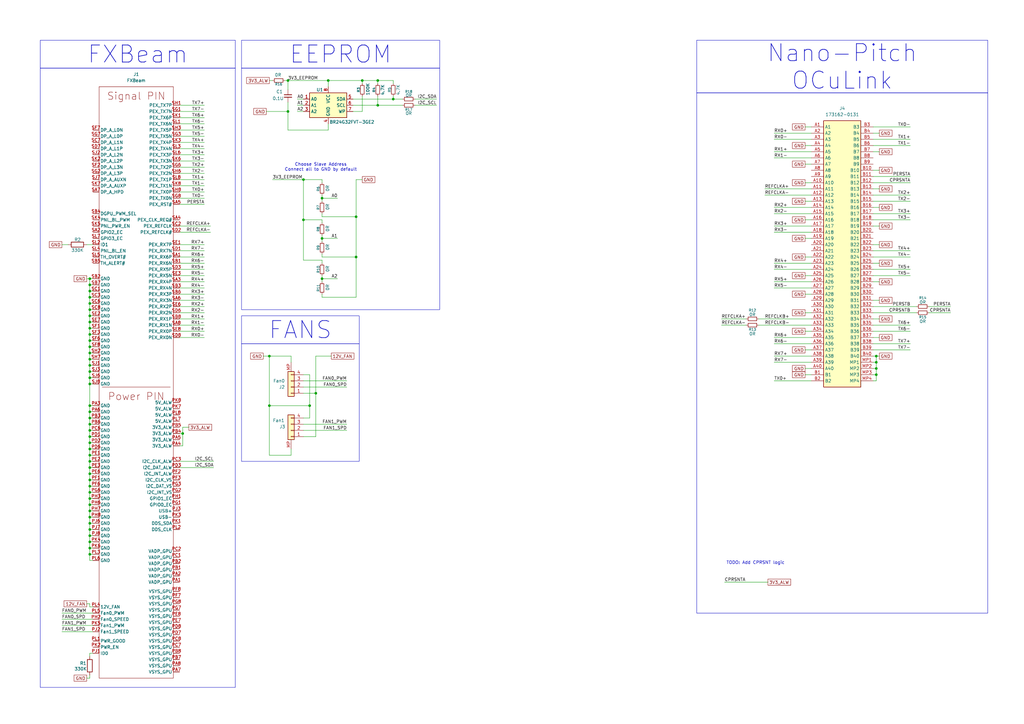
<source format=kicad_sch>
(kicad_sch (version 20250114) (generator "eeschema") (generator_version "9.0")
  (paper "A3")
  (rectangle (start 16.51 27.94) (end 96.52 281.94))
  (rectangle (start 285.75 38.1) (end 405.13 251.46))
  (rectangle (start 99.06 140.97) (end 147.32 189.23))
  (rectangle (start 99.06 27.94) (end 180.34 127))
  (text "Choose Slave Address\nConnect all to GND by default" (at 131.572 68.58 0) (effects (font (size 1.27 1.27))))
  (text "TODO: Add CPRSNT logic" (at 309.88 230.886 0) (effects (font (size 1.27 1.27))))
  (text_box "EEPROM" (at 99.06 16.51 0) (size 81.28 11.43) (margins 0.9525 0.9525 0.9525 0.9525) (effects (font (size 7 7) (thickness 0.254) (bold yes))))
  (text_box "FANS" (at 99.06 129.54 0) (size 48.26 11.43) (margins 0.9525 0.9525 0.9525 0.9525) (effects (font (size 7 7) (thickness 0.254) (bold yes))))
  (text_box "Nano-Pitch\nOCuLink" (at 285.75 16.51 0) (size 119.38 21.59) (margins 0.9525 0.9525 0.9525 0.9525) (effects (font (size 7 7) (thickness 0.254) (bold yes))))
  (text_box "FXBeam" (at 16.51 16.51 0) (size 80.01 11.43) (margins 0.9525 0.9525 0.9525 0.9525) (effects (font (size 7 7) (thickness 0.254) (bold yes))))
  (junction (at 36.83 212.09))
  (junction (at 36.83 224.79))
  (junction (at 36.83 196.85))
  (junction (at 36.83 127))
  (junction (at 36.83 132.08))
  (junction (at 36.83 181.61))
  (junction (at 146.05 88.9))
  (junction (at 359.41 146.05))
  (junction (at 36.83 134.62))
  (junction (at 36.83 201.93))
  (junction (at 118.11 45.72))
  (junction (at 36.83 219.71))
  (junction (at 146.05 105.41))
  (junction (at 36.83 124.46))
  (junction (at 36.83 149.86))
  (junction (at 36.83 129.54))
  (junction (at 36.83 214.63))
  (junction (at 110.49 166.37))
  (junction (at 36.83 116.84))
  (junction (at 36.83 119.38))
  (junction (at 36.83 166.37))
  (junction (at 36.83 186.69))
  (junction (at 148.59 33.02))
  (junction (at 36.83 114.3))
  (junction (at 36.83 176.53))
  (junction (at 36.83 222.25))
  (junction (at 36.83 168.91))
  (junction (at 110.49 146.05))
  (junction (at 124.46 73.66))
  (junction (at 124.46 90.17))
  (junction (at 36.83 209.55))
  (junction (at 36.83 137.16))
  (junction (at 36.83 171.45))
  (junction (at 36.83 147.32))
  (junction (at 36.83 194.31))
  (junction (at 359.41 151.13))
  (junction (at 132.08 114.3))
  (junction (at 36.83 121.92))
  (junction (at 36.83 154.94))
  (junction (at 359.41 148.59))
  (junction (at 154.94 43.18))
  (junction (at 36.83 189.23))
  (junction (at 36.83 173.99))
  (junction (at 127 166.37))
  (junction (at 132.08 81.28))
  (junction (at 36.83 144.78))
  (junction (at 118.11 33.02))
  (junction (at 154.94 33.02))
  (junction (at 36.83 184.15))
  (junction (at 359.41 153.67))
  (junction (at 36.83 152.4))
  (junction (at 36.83 207.01))
  (junction (at 36.83 142.24))
  (junction (at 129.54 161.29))
  (junction (at 36.83 179.07))
  (junction (at 134.62 33.02))
  (junction (at 132.08 97.79))
  (junction (at 36.83 227.33))
  (junction (at 36.83 139.7))
  (junction (at 161.29 40.64))
  (junction (at 36.83 204.47))
  (junction (at 36.83 157.48))
  (junction (at 74.93 177.8))
  (junction (at 36.83 191.77))
  (junction (at 36.83 217.17))
  (junction (at 36.83 199.39))
  (wire (pts (xy 36.83 222.25) (xy 36.83 219.71)))
  (wire (pts (xy 358.14 128.27) (xy 375.92 128.27)))
  (wire (pts (xy 317.5 156.21) (xy 332.74 156.21)))
  (wire (pts (xy 317.5 148.59) (xy 332.74 148.59)))
  (wire (pts (xy 36.83 129.54) (xy 38.1 129.54)))
  (wire (pts (xy 35.56 278.13) (xy 36.83 278.13)))
  (wire (pts (xy 36.83 171.45) (xy 38.1 171.45)))
  (wire (pts (xy 132.08 97.79) (xy 132.08 96.52)))
  (wire (pts (xy 73.66 83.82) (xy 83.82 83.82)))
  (wire (pts (xy 132.08 81.28) (xy 132.08 82.55)))
  (wire (pts (xy 317.5 87.63) (xy 332.74 87.63)))
  (wire (pts (xy 73.66 60.96) (xy 83.82 60.96)))
  (wire (pts (xy 38.1 166.37) (xy 36.83 166.37)))
  (wire (pts (xy 132.08 106.68) (xy 132.08 107.95)))
  (wire (pts (xy 73.66 120.65) (xy 83.82 120.65)))
  (wire (pts (xy 170.18 40.64) (xy 179.07 40.64)))
  (wire (pts (xy 73.66 55.88) (xy 83.82 55.88)))
  (wire (pts (xy 36.83 224.79) (xy 38.1 224.79)))
  (wire (pts (xy 36.83 137.16) (xy 38.1 137.16)))
  (wire (pts (xy 124.46 158.75) (xy 142.24 158.75)))
  (wire (pts (xy 73.66 128.27) (xy 83.82 128.27)))
  (wire (pts (xy 124.46 176.53) (xy 142.24 176.53)))
  (wire (pts (xy 146.05 88.9) (xy 146.05 105.41)))
  (wire (pts (xy 132.08 97.79) (xy 132.08 99.06)))
  (wire (pts (xy 36.83 229.87) (xy 36.83 227.33)))
  (wire (pts (xy 124.46 153.67) (xy 127 153.67)))
  (wire (pts (xy 124.46 45.72) (xy 121.92 45.72)))
  (wire (pts (xy 73.66 125.73) (xy 83.82 125.73)))
  (wire (pts (xy 154.94 39.37) (xy 154.94 43.18)))
  (wire (pts (xy 144.78 45.72) (xy 148.59 45.72)))
  (wire (pts (xy 36.83 176.53) (xy 36.83 173.99)))
  (wire (pts (xy 36.83 219.71) (xy 38.1 219.71)))
  (wire (pts (xy 73.66 73.66) (xy 83.82 73.66)))
  (wire (pts (xy 358.14 143.51) (xy 373.38 143.51)))
  (wire (pts (xy 73.66 113.03) (xy 83.82 113.03)))
  (wire (pts (xy 36.83 144.78) (xy 36.83 142.24)))
  (wire (pts (xy 73.66 123.19) (xy 83.82 123.19)))
  (wire (pts (xy 73.66 43.18) (xy 83.82 43.18)))
  (wire (pts (xy 132.08 90.17) (xy 124.46 90.17)))
  (wire (pts (xy 330.2 52.07) (xy 332.74 52.07)))
  (wire (pts (xy 36.83 217.17) (xy 38.1 217.17)))
  (wire (pts (xy 36.83 137.16) (xy 36.83 134.62)))
  (wire (pts (xy 132.08 88.9) (xy 132.08 87.63)))
  (wire (pts (xy 118.11 53.34) (xy 134.62 53.34)))
  (wire (pts (xy 36.83 139.7) (xy 36.83 137.16)))
  (wire (pts (xy 73.66 138.43) (xy 83.82 138.43)))
  (wire (pts (xy 73.66 177.8) (xy 74.93 177.8)))
  (wire (pts (xy 73.66 105.41) (xy 83.82 105.41)))
  (wire (pts (xy 36.83 222.25) (xy 38.1 222.25)))
  (wire (pts (xy 36.83 157.48) (xy 36.83 154.94)))
  (wire (pts (xy 36.83 149.86) (xy 36.83 147.32)))
  (wire (pts (xy 36.83 142.24) (xy 38.1 142.24)))
  (wire (pts (xy 74.93 175.26) (xy 77.47 175.26)))
  (wire (pts (xy 73.66 68.58) (xy 83.82 68.58)))
  (wire (pts (xy 36.83 209.55) (xy 36.83 207.01)))
  (wire (pts (xy 36.83 191.77) (xy 38.1 191.77)))
  (wire (pts (xy 358.14 135.89) (xy 373.38 135.89)))
  (wire (pts (xy 295.91 130.81) (xy 306.07 130.81)))
  (wire (pts (xy 36.83 142.24) (xy 36.83 139.7)))
  (wire (pts (xy 36.83 127) (xy 36.83 124.46)))
  (wire (pts (xy 381 125.73) (xy 389.89 125.73)))
  (wire (pts (xy 135.89 146.05) (xy 129.54 146.05)))
  (wire (pts (xy 73.66 78.74) (xy 83.82 78.74)))
  (wire (pts (xy 170.18 43.18) (xy 179.07 43.18)))
  (wire (pts (xy 25.4 256.54) (xy 38.1 256.54)))
  (wire (pts (xy 36.83 152.4) (xy 36.83 149.86)))
  (wire (pts (xy 146.05 73.66) (xy 146.05 88.9)))
  (wire (pts (xy 36.83 173.99) (xy 38.1 173.99)))
  (wire (pts (xy 36.83 186.69) (xy 38.1 186.69)))
  (wire (pts (xy 297.18 238.76) (xy 314.96 238.76)))
  (wire (pts (xy 360.68 107.95) (xy 358.14 107.95)))
  (wire (pts (xy 73.66 110.49) (xy 83.82 110.49)))
  (wire (pts (xy 148.59 45.72) (xy 148.59 39.37)))
  (wire (pts (xy 124.46 90.17) (xy 124.46 73.66)))
  (wire (pts (xy 110.49 146.05) (xy 110.49 166.37)))
  (wire (pts (xy 330.2 67.31) (xy 332.74 67.31)))
  (wire (pts (xy 358.14 52.07) (xy 373.38 52.07)))
  (wire (pts (xy 127 153.67) (xy 127 166.37)))
  (wire (pts (xy 73.66 107.95) (xy 83.82 107.95)))
  (wire (pts (xy 36.83 149.86) (xy 38.1 149.86)))
  (wire (pts (xy 121.92 40.64) (xy 124.46 40.64)))
  (wire (pts (xy 36.83 124.46) (xy 36.83 121.92)))
  (wire (pts (xy 127 171.45) (xy 124.46 171.45)))
  (wire (pts (xy 110.49 33.02) (xy 111.76 33.02)))
  (wire (pts (xy 36.83 199.39) (xy 38.1 199.39)))
  (wire (pts (xy 36.83 168.91) (xy 38.1 168.91)))
  (wire (pts (xy 129.54 146.05) (xy 129.54 161.29)))
  (wire (pts (xy 161.29 39.37) (xy 161.29 40.64)))
  (wire (pts (xy 36.83 217.17) (xy 36.83 214.63)))
  (wire (pts (xy 110.49 166.37) (xy 110.49 186.69)))
  (wire (pts (xy 330.2 153.67) (xy 332.74 153.67)))
  (wire (pts (xy 132.08 114.3) (xy 138.43 114.3)))
  (wire (pts (xy 118.11 33.02) (xy 118.11 36.83)))
  (wire (pts (xy 311.15 133.35) (xy 332.74 133.35)))
  (wire (pts (xy 36.83 196.85) (xy 38.1 196.85)))
  (wire (pts (xy 25.4 254) (xy 38.1 254)))
  (wire (pts (xy 73.66 100.33) (xy 83.82 100.33)))
  (wire (pts (xy 73.66 182.88) (xy 74.93 182.88)))
  (wire (pts (xy 317.5 115.57) (xy 332.74 115.57)))
  (wire (pts (xy 73.66 71.12) (xy 83.82 71.12)))
  (wire (pts (xy 124.46 173.99) (xy 142.24 173.99)))
  (wire (pts (xy 360.68 69.85) (xy 358.14 69.85)))
  (wire (pts (xy 119.38 184.15) (xy 119.38 186.69)))
  (wire (pts (xy 35.56 114.3) (xy 36.83 114.3)))
  (wire (pts (xy 38.1 157.48) (xy 36.83 157.48)))
  (wire (pts (xy 36.83 278.13) (xy 36.83 276.86)))
  (wire (pts (xy 359.41 151.13) (xy 359.41 148.59)))
  (wire (pts (xy 360.68 54.61) (xy 358.14 54.61)))
  (wire (pts (xy 36.83 212.09) (xy 36.83 209.55)))
  (wire (pts (xy 330.2 135.89) (xy 332.74 135.89)))
  (wire (pts (xy 359.41 153.67) (xy 359.41 151.13)))
  (wire (pts (xy 124.46 43.18) (xy 121.92 43.18)))
  (wire (pts (xy 73.66 133.35) (xy 83.82 133.35)))
  (wire (pts (xy 148.59 73.66) (xy 146.05 73.66)))
  (wire (pts (xy 132.08 105.41) (xy 146.05 105.41)))
  (wire (pts (xy 73.66 50.8) (xy 83.82 50.8)))
  (wire (pts (xy 360.68 92.71) (xy 358.14 92.71)))
  (wire (pts (xy 358.14 113.03) (xy 373.38 113.03)))
  (wire (pts (xy 129.54 161.29) (xy 124.46 161.29)))
  (wire (pts (xy 360.68 77.47) (xy 358.14 77.47)))
  (wire (pts (xy 381 128.27) (xy 389.89 128.27)))
  (wire (pts (xy 36.83 204.47) (xy 38.1 204.47)))
  (wire (pts (xy 73.66 191.77) (xy 87.63 191.77)))
  (wire (pts (xy 73.66 53.34) (xy 83.82 53.34)))
  (wire (pts (xy 36.83 212.09) (xy 38.1 212.09)))
  (wire (pts (xy 360.68 130.81) (xy 358.14 130.81)))
  (wire (pts (xy 74.93 177.8) (xy 74.93 175.26)))
  (wire (pts (xy 144.78 43.18) (xy 154.94 43.18)))
  (wire (pts (xy 358.14 90.17) (xy 373.38 90.17)))
  (wire (pts (xy 311.15 130.81) (xy 332.74 130.81)))
  (wire (pts (xy 360.68 85.09) (xy 358.14 85.09)))
  (wire (pts (xy 36.83 119.38) (xy 36.83 116.84)))
  (wire (pts (xy 330.2 128.27) (xy 332.74 128.27)))
  (wire (pts (xy 36.83 139.7) (xy 38.1 139.7)))
  (wire (pts (xy 154.94 33.02) (xy 154.94 34.29)))
  (wire (pts (xy 36.83 227.33) (xy 36.83 224.79)))
  (wire (pts (xy 36.83 207.01) (xy 36.83 204.47)))
  (wire (pts (xy 330.2 74.93) (xy 332.74 74.93)))
  (wire (pts (xy 317.5 107.95) (xy 332.74 107.95)))
  (wire (pts (xy 109.22 45.72) (xy 118.11 45.72)))
  (wire (pts (xy 36.83 191.77) (xy 36.83 189.23)))
  (wire (pts (xy 38.1 116.84) (xy 36.83 116.84)))
  (wire (pts (xy 317.5 110.49) (xy 332.74 110.49)))
  (wire (pts (xy 330.2 59.69) (xy 332.74 59.69)))
  (wire (pts (xy 132.08 73.66) (xy 132.08 74.93)))
  (wire (pts (xy 148.59 33.02) (xy 148.59 34.29)))
  (wire (pts (xy 73.66 115.57) (xy 83.82 115.57)))
  (wire (pts (xy 358.14 153.67) (xy 359.41 153.67)))
  (wire (pts (xy 358.14 80.01) (xy 373.38 80.01)))
  (wire (pts (xy 36.83 186.69) (xy 36.83 184.15)))
  (wire (pts (xy 73.66 58.42) (xy 83.82 58.42)))
  (wire (pts (xy 36.83 199.39) (xy 36.83 196.85)))
  (wire (pts (xy 132.08 81.28) (xy 132.08 80.01)))
  (wire (pts (xy 132.08 121.92) (xy 146.05 121.92)))
  (wire (pts (xy 25.4 251.46) (xy 38.1 251.46)))
  (wire (pts (xy 36.83 179.07) (xy 38.1 179.07)))
  (wire (pts (xy 359.41 146.05) (xy 358.14 146.05)))
  (wire (pts (xy 110.49 166.37) (xy 127 166.37)))
  (wire (pts (xy 36.83 147.32) (xy 38.1 147.32)))
  (wire (pts (xy 36.83 214.63) (xy 36.83 212.09)))
  (wire (pts (xy 317.5 92.71) (xy 332.74 92.71)))
  (wire (pts (xy 330.2 151.13) (xy 332.74 151.13)))
  (wire (pts (xy 317.5 95.25) (xy 332.74 95.25)))
  (wire (pts (xy 358.14 74.93) (xy 373.38 74.93)))
  (wire (pts (xy 317.5 54.61) (xy 332.74 54.61)))
  (wire (pts (xy 127 166.37) (xy 127 171.45)))
  (wire (pts (xy 359.41 148.59) (xy 359.41 146.05)))
  (wire (pts (xy 358.14 82.55) (xy 373.38 82.55)))
  (wire (pts (xy 36.83 154.94) (xy 36.83 152.4)))
  (wire (pts (xy 358.14 102.87) (xy 373.38 102.87)))
  (wire (pts (xy 107.95 146.05) (xy 110.49 146.05)))
  (wire (pts (xy 358.14 72.39) (xy 373.38 72.39)))
  (wire (pts (xy 73.66 102.87) (xy 83.82 102.87)))
  (wire (pts (xy 111.76 73.66) (xy 124.46 73.66)))
  (wire (pts (xy 36.83 134.62) (xy 36.83 132.08)))
  (wire (pts (xy 36.83 224.79) (xy 36.83 222.25)))
  (wire (pts (xy 110.49 146.05) (xy 119.38 146.05)))
  (wire (pts (xy 313.69 77.47) (xy 332.74 77.47)))
  (wire (pts (xy 116.84 33.02) (xy 118.11 33.02)))
  (wire (pts (xy 132.08 81.28) (xy 138.43 81.28)))
  (wire (pts (xy 360.68 115.57) (xy 358.14 115.57)))
  (wire (pts (xy 36.83 157.48) (xy 36.83 166.37)))
  (wire (pts (xy 317.5 146.05) (xy 332.74 146.05)))
  (wire (pts (xy 317.5 138.43) (xy 332.74 138.43)))
  (wire (pts (xy 118.11 53.34) (xy 118.11 45.72)))
  (wire (pts (xy 330.2 97.79) (xy 332.74 97.79)))
  (wire (pts (xy 119.38 186.69) (xy 110.49 186.69)))
  (wire (pts (xy 358.14 125.73) (xy 375.92 125.73)))
  (wire (pts (xy 36.83 214.63) (xy 38.1 214.63)))
  (wire (pts (xy 36.83 124.46) (xy 38.1 124.46)))
  (wire (pts (xy 124.46 73.66) (xy 132.08 73.66)))
  (wire (pts (xy 36.83 179.07) (xy 36.83 176.53)))
  (wire (pts (xy 118.11 33.02) (xy 134.62 33.02)))
  (wire (pts (xy 38.1 134.62) (xy 36.83 134.62)))
  (wire (pts (xy 36.83 171.45) (xy 36.83 168.91)))
  (wire (pts (xy 360.68 123.19) (xy 358.14 123.19)))
  (wire (pts (xy 36.83 201.93) (xy 38.1 201.93)))
  (wire (pts (xy 36.83 204.47) (xy 36.83 201.93)))
  (wire (pts (xy 317.5 118.11) (xy 332.74 118.11)))
  (wire (pts (xy 118.11 41.91) (xy 118.11 45.72)))
  (wire (pts (xy 73.66 76.2) (xy 83.82 76.2)))
  (wire (pts (xy 73.66 45.72) (xy 83.82 45.72)))
  (wire (pts (xy 313.69 80.01) (xy 332.74 80.01)))
  (wire (pts (xy 36.83 189.23) (xy 36.83 186.69)))
  (wire (pts (xy 36.83 152.4) (xy 38.1 152.4)))
  (wire (pts (xy 134.62 50.8) (xy 134.62 53.34)))
  (wire (pts (xy 38.1 267.97) (xy 36.83 267.97)))
  (wire (pts (xy 330.2 113.03) (xy 332.74 113.03)))
  (wire (pts (xy 358.14 148.59) (xy 359.41 148.59)))
  (wire (pts (xy 124.46 156.21) (xy 142.24 156.21)))
  (wire (pts (xy 74.93 182.88) (xy 74.93 177.8)))
  (wire (pts (xy 146.05 88.9) (xy 132.08 88.9)))
  (wire (pts (xy 73.66 48.26) (xy 83.82 48.26)))
  (wire (pts (xy 360.68 146.05) (xy 359.41 146.05)))
  (wire (pts (xy 36.83 129.54) (xy 36.83 127)))
  (wire (pts (xy 124.46 179.07) (xy 129.54 179.07)))
  (wire (pts (xy 317.5 57.15) (xy 332.74 57.15)))
  (wire (pts (xy 132.08 113.03) (xy 132.08 114.3)))
  (wire (pts (xy 358.14 151.13) (xy 359.41 151.13)))
  (wire (pts (xy 358.14 140.97) (xy 373.38 140.97)))
  (wire (pts (xy 36.83 114.3) (xy 38.1 114.3)))
  (wire (pts (xy 73.66 135.89) (xy 83.82 135.89)))
  (wire (pts (xy 36.83 219.71) (xy 36.83 217.17)))
  (wire (pts (xy 148.59 33.02) (xy 154.94 33.02)))
  (wire (pts (xy 36.83 168.91) (xy 36.83 166.37)))
  (wire (pts (xy 330.2 82.55) (xy 332.74 82.55)))
  (wire (pts (xy 146.05 105.41) (xy 146.05 121.92)))
  (wire (pts (xy 36.83 173.99) (xy 36.83 171.45)))
  (wire (pts (xy 36.83 132.08) (xy 38.1 132.08)))
  (wire (pts (xy 73.66 92.71) (xy 86.36 92.71)))
  (wire (pts (xy 317.5 85.09) (xy 332.74 85.09)))
  (wire (pts (xy 73.66 189.23) (xy 87.63 189.23)))
  (wire (pts (xy 36.83 184.15) (xy 36.83 181.61)))
  (wire (pts (xy 36.83 267.97) (xy 36.83 269.24)))
  (wire (pts (xy 36.83 248.92) (xy 38.1 248.92)))
  (wire (pts (xy 330.2 120.65) (xy 332.74 120.65)))
  (wire (pts (xy 73.66 95.25) (xy 86.36 95.25)))
  (wire (pts (xy 35.56 247.65) (xy 36.83 247.65)))
  (wire (pts (xy 73.66 118.11) (xy 83.82 118.11)))
  (wire (pts (xy 132.08 120.65) (xy 132.08 121.92)))
  (wire (pts (xy 36.83 116.84) (xy 36.83 114.3)))
  (wire (pts (xy 36.83 127) (xy 38.1 127)))
  (wire (pts (xy 36.83 121.92) (xy 38.1 121.92)))
  (wire (pts (xy 360.68 138.43) (xy 358.14 138.43)))
  (wire (pts (xy 358.14 105.41) (xy 373.38 105.41)))
  (wire (pts (xy 358.14 59.69) (xy 373.38 59.69)))
  (wire (pts (xy 358.14 57.15) (xy 373.38 57.15)))
  (wire (pts (xy 359.41 156.21) (xy 359.41 153.67)))
  (wire (pts (xy 330.2 105.41) (xy 332.74 105.41)))
  (wire (pts (xy 132.08 104.14) (xy 132.08 105.41)))
  (wire (pts (xy 317.5 62.23) (xy 332.74 62.23)))
  (wire (pts (xy 317.5 140.97) (xy 332.74 140.97)))
  (wire (pts (xy 295.91 133.35) (xy 306.07 133.35)))
  (wire (pts (xy 154.94 33.02) (xy 161.29 33.02)))
  (wire (pts (xy 38.1 189.23) (xy 36.83 189.23)))
  (wire (pts (xy 119.38 146.05) (xy 119.38 148.59)))
  (wire (pts (xy 38.1 229.87) (xy 36.83 229.87)))
  (wire (pts (xy 73.66 81.28) (xy 83.82 81.28)))
  (wire (pts (xy 36.83 247.65) (xy 36.83 248.92)))
  (wire (pts (xy 161.29 33.02) (xy 161.29 34.29)))
  (wire (pts (xy 161.29 40.64) (xy 144.78 40.64)))
  (wire (pts (xy 36.83 227.33) (xy 38.1 227.33)))
  (wire (pts (xy 358.14 87.63) (xy 373.38 87.63)))
  (wire (pts (xy 25.4 259.08) (xy 38.1 259.08)))
  (wire (pts (xy 36.83 194.31) (xy 36.83 191.77)))
  (wire (pts (xy 36.83 144.78) (xy 38.1 144.78)))
  (wire (pts (xy 358.14 156.21) (xy 359.41 156.21)))
  (wire (pts (xy 36.83 121.92) (xy 36.83 119.38)))
  (wire (pts (xy 360.68 62.23) (xy 358.14 62.23)))
  (wire (pts (xy 36.83 201.93) (xy 36.83 199.39)))
  (wire (pts (xy 330.2 143.51) (xy 332.74 143.51)))
  (wire (pts (xy 36.83 154.94) (xy 38.1 154.94)))
  (wire (pts (xy 154.94 43.18) (xy 165.1 43.18)))
  (wire (pts (xy 36.83 147.32) (xy 36.83 144.78)))
  (wire (pts (xy 132.08 114.3) (xy 132.08 115.57)))
  (wire (pts (xy 36.83 176.53) (xy 38.1 176.53)))
  (wire (pts (xy 36.83 209.55) (xy 38.1 209.55)))
  (wire (pts (xy 317.5 64.77) (xy 332.74 64.77)))
  (wire (pts (xy 25.4 100.33) (xy 27.94 100.33)))
  (wire (pts (xy 124.46 106.68) (xy 132.08 106.68)))
  (wire (pts (xy 38.1 207.01) (xy 36.83 207.01)))
  (wire (pts (xy 36.83 119.38) (xy 38.1 119.38)))
  (wire (pts (xy 132.08 91.44) (xy 132.08 90.17)))
  (wire (pts (xy 134.62 33.02) (xy 148.59 33.02)))
  (wire (pts (xy 38.1 184.15) (xy 36.83 184.15)))
  (wire (pts (xy 129.54 179.07) (xy 129.54 161.29)))
  (wire (pts (xy 161.29 40.64) (xy 165.1 40.64)))
  (wire (pts (xy 73.66 130.81) (xy 83.82 130.81)))
  (wire (pts (xy 36.83 196.85) (xy 36.83 194.31)))
  (wire (pts (xy 124.46 90.17) (xy 124.46 106.68)))
  (wire (pts (xy 36.83 181.61) (xy 36.83 179.07)))
  (wire (pts (xy 132.08 97.79) (xy 138.43 97.79)))
  (wire (pts (xy 36.83 181.61) (xy 38.1 181.61)))
  (wire (pts (xy 358.14 133.35) (xy 373.38 133.35)))
  (wire (pts (xy 73.66 66.04) (xy 83.82 66.04)))
  (wire (pts (xy 358.14 110.49) (xy 373.38 110.49)))
  (wire (pts (xy 36.83 132.08) (xy 36.83 129.54)))
  (wire (pts (xy 360.68 100.33) (xy 358.14 100.33)))
  (wire (pts (xy 73.66 63.5) (xy 83.82 63.5)))
  (wire (pts (xy 134.62 33.02) (xy 134.62 35.56)))
  (wire (pts (xy 330.2 90.17) (xy 332.74 90.17)))
  (wire (pts (xy 36.83 194.31) (xy 38.1 194.31)))
  (wire (pts (xy 35.56 100.33) (xy 38.1 100.33)))
  (label "RX2+" (at 317.5 85.09 0))
  (label "TX7-" (at 373.38 143.51 180))
  (label "REFCLKA-" (at 86.36 95.25 180))
  (label "TX2-" (at 373.38 82.55 180))
  (label "RX4-" (at 317.5 110.49 0))
  (label "RX6+" (at 317.5 138.43 0))
  (label "A2" (at 138.43 114.3 180))
  (label "RX1+" (at 317.5 62.23 0))
  (label "RX4-" (at 83.82 118.11 180))
  (label "REFCLKA-" (at 295.91 133.35 0))
  (label "RX0-" (at 317.5 57.15 0))
  (label "TX3+" (at 83.82 63.5 180))
  (label "REFCLKA+" (at 86.36 92.71 180))
  (label "TX3-" (at 373.38 90.17 180))
  (label "TX5+" (at 373.38 110.49 180))
  (label "TX5-" (at 83.82 55.88 180))
  (label "A1" (at 121.92 43.18 0))
  (label "TX0-" (at 373.38 52.07 180))
  (label "RX2+" (at 83.82 125.73 180))
  (label "A1" (at 138.43 97.79 180))
  (label "RX1+" (at 83.82 130.81 180))
  (label "TX5-" (at 373.38 113.03 180))
  (label "A0" (at 138.43 81.28 180))
  (label "TX4-" (at 83.82 60.96 180))
  (label "RX7-" (at 317.5 148.59 0))
  (label "PERSTA" (at 389.89 125.73 180))
  (label "TX3+" (at 373.38 87.63 180))
  (label "RX0+" (at 83.82 135.89 180))
  (label "REFCLKB+" (at 313.69 130.81 0))
  (label "I2C_SCL" (at 179.07 43.18 180))
  (label "RX3-" (at 317.5 95.25 0))
  (label "TX0+" (at 83.82 78.74 180))
  (label "TX2-" (at 83.82 71.12 180))
  (label "I2C_SDA" (at 179.07 40.64 180))
  (label "TX4-" (at 373.38 105.41 180))
  (label "RX7+" (at 317.5 146.05 0))
  (label "I2C_SDA" (at 87.63 191.77 180))
  (label "RX3+" (at 317.5 92.71 0))
  (label "RX3-" (at 83.82 123.19 180))
  (label "FAN0_PWM" (at 142.24 156.21 180))
  (label "TX1+" (at 83.82 73.66 180))
  (label "RX5-" (at 83.82 113.03 180))
  (label "TX2+" (at 83.82 68.58 180))
  (label "FAN0_SPD" (at 142.24 158.75 180))
  (label "FAN0_SPD" (at 25.4 254 0))
  (label "TX6+" (at 83.82 48.26 180))
  (label "REFCLKA+" (at 313.69 77.47 0))
  (label "TX6-" (at 83.82 50.8 180))
  (label "TX5+" (at 83.82 53.34 180))
  (label "TX1-" (at 373.38 59.69 180))
  (label "RX2-" (at 317.5 87.63 0))
  (label "REFCLKA+" (at 295.91 130.81 0))
  (label "RX5+" (at 317.5 115.57 0))
  (label "TX1+" (at 373.38 57.15 180))
  (label "RX1-" (at 83.82 133.35 180))
  (label "RX3+" (at 83.82 120.65 180))
  (label "TX0+" (at 317.5 156.21 0))
  (label "A2" (at 121.92 45.72 0))
  (label "TX7+" (at 373.38 140.97 180))
  (label "I2C_SCL" (at 87.63 189.23 180))
  (label "FAN0_PWM" (at 25.4 251.46 0))
  (label "RX1-" (at 317.5 64.77 0))
  (label "RX7-" (at 83.82 102.87 180))
  (label "RX6-" (at 83.82 107.95 180))
  (label "A0" (at 121.92 40.64 0))
  (label "TX6-" (at 373.38 135.89 180))
  (label "TX4+" (at 373.38 102.87 180))
  (label "REFCLKB-" (at 313.69 133.35 0))
  (label "RX5-" (at 317.5 118.11 0))
  (label "CPRSNTA" (at 373.38 74.93 180))
  (label "RX7+" (at 83.82 100.33 180))
  (label "CPRSNTA" (at 297.18 238.76 0))
  (label "RX5+" (at 83.82 110.49 180))
  (label "RX0+" (at 317.5 54.61 0))
  (label "PERSTB" (at 373.38 125.73 180))
  (label "FAN1_SPD" (at 25.4 259.08 0))
  (label "RX4+" (at 317.5 107.95 0))
  (label "RX6-" (at 317.5 140.97 0))
  (label "TX3-" (at 83.82 66.04 180))
  (label "RX6+" (at 83.82 105.41 180))
  (label "3V3_EEPROM" (at 111.76 73.66 0))
  (label "RX2-" (at 83.82 128.27 180))
  (label "CPRSNTB" (at 373.38 128.27 180))
  (label "TX1-" (at 83.82 76.2 180))
  (label "PERSTA" (at 373.38 72.39 180))
  (label "FAN1_PWM" (at 25.4 256.54 0))
  (label "TX4+" (at 83.82 58.42 180))
  (label "FAN1_PWM" (at 142.24 173.99 180))
  (label "PERSTA" (at 83.82 83.82 180))
  (label "RX4+" (at 83.82 115.57 180))
  (label "3V3_EEPROM" (at 118.11 33.02 0))
  (label "CPRSNTA" (at 389.89 128.27 180))
  (label "REFCLKA-" (at 313.69 80.01 0))
  (label "TX2+" (at 373.38 80.01 180))
  (label "RX0-" (at 83.82 138.43 180))
  (label "TX7+" (at 83.82 43.18 180))
  (label "FAN1_SPD" (at 142.24 176.53 180))
  (label "TX0-" (at 83.82 81.28 180))
  (label "TX7-" (at 83.82 45.72 180))
  (label "TX6+" (at 373.38 133.35 180))
  (global_label "GND" (shape passive) (at 109.22 45.72 180) (property "Intersheetrefs" "${INTERSHEET_REFS}" (effects (hide yes))))
  (global_label "GND" (shape passive) (at 25.4 100.33 180) (property "Intersheetrefs" "${INTERSHEET_REFS}" (effects (hide yes))))
  (global_label "GND" (shape passive) (at 360.68 115.57 0) (property "Intersheetrefs" "${INTERSHEET_REFS}" (effects (hide yes))))
  (global_label "GND" (shape passive) (at 330.2 52.07 180) (property "Intersheetrefs" "${INTERSHEET_REFS}" (effects (hide yes))))
  (global_label "GND" (shape passive) (at 35.56 114.3 180) (property "Intersheetrefs" "${INTERSHEET_REFS}" (effects (hide yes))))
  (global_label "3V3_ALW" (shape passive) (at 314.96 238.76 0) (property "Intersheetrefs" "${INTERSHEET_REFS}" (effects (hide yes))))
  (global_label "3V3_ALW" (shape passive) (at 110.49 33.02 180) (property "Intersheetrefs" "${INTERSHEET_REFS}" (effects (hide yes))))
  (global_label "GND" (shape passive) (at 360.68 130.81 0) (property "Intersheetrefs" "${INTERSHEET_REFS}" (effects (hide yes))))
  (global_label "GND" (shape passive) (at 330.2 113.03 180) (property "Intersheetrefs" "${INTERSHEET_REFS}" (effects (hide yes))))
  (global_label "GND" (shape passive) (at 360.68 77.47 0) (property "Intersheetrefs" "${INTERSHEET_REFS}" (effects (hide yes))))
  (global_label "GND" (shape passive) (at 360.68 62.23 0) (property "Intersheetrefs" "${INTERSHEET_REFS}" (effects (hide yes))))
  (global_label "GND" (shape passive) (at 330.2 97.79 180) (property "Intersheetrefs" "${INTERSHEET_REFS}" (effects (hide yes))))
  (global_label "GND" (shape passive) (at 330.2 74.93 180) (property "Intersheetrefs" "${INTERSHEET_REFS}" (effects (hide yes))))
  (global_label "GND" (shape passive) (at 360.68 146.05 0) (property "Intersheetrefs" "${INTERSHEET_REFS}" (effects (hide yes))))
  (global_label "GND" (shape passive) (at 360.68 100.33 0) (property "Intersheetrefs" "${INTERSHEET_REFS}" (effects (hide yes))))
  (global_label "GND" (shape passive) (at 330.2 151.13 180) (property "Intersheetrefs" "${INTERSHEET_REFS}" (effects (hide yes))))
  (global_label "GND" (shape passive) (at 360.68 138.43 0) (property "Intersheetrefs" "${INTERSHEET_REFS}" (effects (hide yes))))
  (global_label "GND" (shape passive) (at 107.95 146.05 180) (property "Intersheetrefs" "${INTERSHEET_REFS}" (effects (hide yes))))
  (global_label "GND" (shape passive) (at 330.2 90.17 180) (property "Intersheetrefs" "${INTERSHEET_REFS}" (effects (hide yes))))
  (global_label "GND" (shape passive) (at 330.2 135.89 180) (property "Intersheetrefs" "${INTERSHEET_REFS}" (effects (hide yes))))
  (global_label "GND" (shape passive) (at 35.56 278.13 180) (property "Intersheetrefs" "${INTERSHEET_REFS}" (effects (hide yes))))
  (global_label "GND" (shape passive) (at 360.68 123.19 0) (property "Intersheetrefs" "${INTERSHEET_REFS}" (effects (hide yes))))
  (global_label "GND" (shape passive) (at 360.68 69.85 0) (property "Intersheetrefs" "${INTERSHEET_REFS}" (effects (hide yes))))
  (global_label "12V_FAN" (shape passive) (at 35.56 247.65 180) (property "Intersheetrefs" "${INTERSHEET_REFS}" (effects (hide yes))))
  (global_label "GND" (shape passive) (at 330.2 128.27 180) (property "Intersheetrefs" "${INTERSHEET_REFS}" (effects (hide yes))))
  (global_label "GND" (shape passive) (at 330.2 82.55 180) (property "Intersheetrefs" "${INTERSHEET_REFS}" (effects (hide yes))))
  (global_label "GND" (shape passive) (at 330.2 153.67 180) (property "Intersheetrefs" "${INTERSHEET_REFS}" (effects (hide yes))))
  (global_label "GND" (shape passive) (at 360.68 54.61 0) (property "Intersheetrefs" "${INTERSHEET_REFS}" (effects (hide yes))))
  (global_label "GND" (shape passive) (at 330.2 67.31 180) (property "Intersheetrefs" "${INTERSHEET_REFS}" (effects (hide yes))))
  (global_label "GND" (shape passive) (at 330.2 143.51 180) (property "Intersheetrefs" "${INTERSHEET_REFS}" (effects (hide yes))))
  (global_label "12V_FAN" (shape passive) (at 135.89 146.05 0) (property "Intersheetrefs" "${INTERSHEET_REFS}" (effects (hide yes))))
  (global_label "GND" (shape passive) (at 330.2 59.69 180) (property "Intersheetrefs" "${INTERSHEET_REFS}" (effects (hide yes))))
  (global_label "GND" (shape passive) (at 360.68 85.09 0) (property "Intersheetrefs" "${INTERSHEET_REFS}" (effects (hide yes))))
  (global_label "GND" (shape passive) (at 330.2 105.41 180) (property "Intersheetrefs" "${INTERSHEET_REFS}" (effects (hide yes))))
  (global_label "GND" (shape passive) (at 148.59 73.66 0) (property "Intersheetrefs" "${INTERSHEET_REFS}" (effects (hide yes))))
  (global_label "GND" (shape passive) (at 360.68 107.95 0) (property "Intersheetrefs" "${INTERSHEET_REFS}" (effects (hide yes))))
  (global_label "3V3_ALW" (shape passive) (at 77.47 175.26 0) (property "Intersheetrefs" "${INTERSHEET_REFS}" (effects (hide yes))))
  (global_label "GND" (shape passive) (at 330.2 120.65 180) (property "Intersheetrefs" "${INTERSHEET_REFS}" (effects (hide yes))))
  (global_label "GND" (shape passive) (at 360.68 92.71 0) (property "Intersheetrefs" "${INTERSHEET_REFS}" (effects (hide yes))))
  (symbol (lib_id "Device:R_Small") (at 132.08 101.6 0) (unit 1)
    (property "Reference" "R9" (at 130.556 101.6 90) (effects (font (size 1.016 1.016))))
    (property "Value" "0R" (at 134.366 101.346 90))
    (property "Footprint" "Resistor_SMD:R_0402_1005Metric" (effects (hide yes)))
    (property "Description" "Resistor, small symbol" (effects (hide yes)))
  )
  (symbol (lib_id "Device:C_Small") (at 118.11 39.37 0) (unit 1)
    (property "Reference" "C1" (at 113.284 37.592 0) (effects (justify left)))
    (property "Value" "0.1U" (at 111.76 40.386 0) (effects (justify left)))
    (property "Footprint" "Capacitor_SMD:C_0402_1005Metric" (effects (hide yes)))
    (property "Description" "Unpolarized capacitor, small symbol" (effects (hide yes)))
  )
  (symbol (lib_id "Device:R_Small") (at 132.08 118.11 0) (unit 1)
    (property "Reference" "R11" (at 130.556 118.11 90) (effects (font (size 1.016 1.016))))
    (property "Value" "0R" (at 134.366 117.856 90))
    (property "Footprint" "Resistor_SMD:R_0402_1005Metric" (effects (hide yes)))
    (property "Description" "Resistor, small symbol" (effects (hide yes)))
  )
  (symbol (lib_id "Device:R_Small") (at 148.59 36.83 0) (unit 1)
    (property "Reference" "R3" (at 147.066 36.83 90) (effects (font (size 1.016 1.016))))
    (property "Value" "100K" (at 150.876 36.576 90))
    (property "Footprint" "Resistor_SMD:R_0402_1005Metric" (effects (hide yes)))
    (property "Description" "Resistor, small symbol" (effects (hide yes)))
    (property "Tolerance" "1%" (effects (hide yes)))
  )
  (symbol (lib_id "Expansion_Bay:FXBeam") (at -100.33 16.51 0) (unit 1) (in_bom no)
    (property "Reference" "J1" (at 55.88 30.48 0))
    (property "Value" "FXBeam" (at 55.88 33.02 0))
    (property "Footprint" "Expansion_Bay:FXBeam" (effects (hide yes)))
    (property "Datasheet" "https://github.com/FrameworkComputer/ExpansionBay/blob/main/Electrical/Dual-channel%2074P%20FXBeam%2C%20length%2027.75mm%20_Rev%202_(Public%20version).pdf" (effects (hide yes)))
  )
  (symbol (lib_id "Device:R_Small") (at 378.46 125.73 90) (unit 1)
    (property "Reference" "R14" (at 378.46 122.174 90) (effects (font (size 1.016 1.016))))
    (property "Value" "0R" (at 378.46 123.952 90))
    (property "Footprint" "Resistor_SMD:R_0402_1005Metric" (effects (hide yes)))
    (property "Description" "Resistor, small symbol" (effects (hide yes)))
  )
  (symbol (lib_id "Device:R_Small") (at 132.08 85.09 0) (unit 1)
    (property "Reference" "R7" (at 130.556 85.09 90) (effects (font (size 1.016 1.016))))
    (property "Value" "0R" (at 134.366 84.836 90))
    (property "Footprint" "Resistor_SMD:R_0402_1005Metric" (effects (hide yes)))
    (property "Description" "Resistor, small symbol" (effects (hide yes)))
  )
  (symbol (lib_id "Device:R_Small") (at 132.08 77.47 0) (unit 1)
    (property "Reference" "R6" (at 130.556 77.47 90) (effects (font (size 1.016 1.016))))
    (property "Value" "0R" (at 134.366 77.216 90))
    (property "Footprint" "Resistor_SMD:R_0402_1005Metric" (effects (hide yes)))
    (property "Description" "Resistor, small symbol" (effects (hide yes)))
  )
  (symbol (lib_id "Device:R_Small") (at 114.3 33.02 90) (unit 1)
    (property "Reference" "R16" (at 114.3 34.544 90) (effects (font (size 1.016 1.016))))
    (property "Value" "0R" (at 114.046 30.734 90))
    (property "Footprint" "Resistor_SMD:R_0402_1005Metric" (effects (hide yes)))
    (property "Description" "Resistor, small symbol" (effects (hide yes)))
  )
  (symbol (lib_id "Nano_Pitch:173162-0131") (at 332.74 52.07 0) (unit 1)
    (property "Reference" "J4" (at 345.44 44.45 0))
    (property "Value" "173162-0131" (at 345.44 46.99 0))
    (property "Footprint" "Nano_Pitch:Nano-Pitch-173162-0131" (effects (hide yes)))
    (property "Datasheet" "https://componentsearchengine.com/Datasheets/1/173162-0131.pdf" (effects (hide yes)))
    (property "Description" "I/O Connectors NanoPitchIO Recpt RA SMT 80CKT" (effects (hide yes)))
    (property "Height" "4.2" (effects (hide yes)))
    (property "Mouser Part Number" "538-173162-0131" (effects (hide yes)))
    (property "Mouser Price/Stock" "https://www.mouser.co.uk/ProductDetail/Molex/173162-0131?qs=OAhjpuo3Vu4g7Xm78UiD2w%3D%3D" (effects (hide yes)))
    (property "Manufacturer_Name" "Molex" (effects (hide yes)))
    (property "Manufacturer_Part_Number" "173162-0131" (effects (hide yes)))
    (property "Pinout Standard" "OCuLink PCIe x8" (effects (hide yes)))
  )
  (symbol (lib_id "Device:R_Small") (at 167.64 40.64 90) (unit 1)
    (property "Reference" "R18" (at 167.64 37.592 90) (effects (font (size 1.016 1.016))))
    (property "Value" "0R" (at 167.64 39.116 90))
    (property "Footprint" "Resistor_SMD:R_0402_1005Metric" (effects (hide yes)))
    (property "Description" "Resistor, small symbol" (effects (hide yes)))
  )
  (symbol (lib_id "Device:R_Small") (at 132.08 110.49 0) (unit 1)
    (property "Reference" "R10" (at 130.556 110.49 90) (effects (font (size 1.016 1.016))))
    (property "Value" "0R" (at 134.366 110.236 90))
    (property "Footprint" "Resistor_SMD:R_0402_1005Metric" (effects (hide yes)))
    (property "Description" "Resistor, small symbol" (effects (hide yes)))
  )
  (symbol (lib_id "Device:R_Small") (at 132.08 93.98 0) (unit 1)
    (property "Reference" "R8" (at 130.556 93.98 90) (effects (font (size 1.016 1.016))))
    (property "Value" "0R" (at 134.366 93.726 90))
    (property "Footprint" "Resistor_SMD:R_0402_1005Metric" (effects (hide yes)))
    (property "Description" "Resistor, small symbol" (effects (hide yes)))
  )
  (symbol (lib_id "Device:R_Small") (at 154.94 36.83 0) (unit 1)
    (property "Reference" "R4" (at 153.416 36.83 90) (effects (font (size 1.016 1.016))))
    (property "Value" "4.7K" (at 156.972 36.83 90))
    (property "Footprint" "Resistor_SMD:R_0402_1005Metric" (effects (hide yes)))
    (property "Description" "Resistor, small symbol" (effects (hide yes)))
    (property "Tolerance" "1%" (effects (hide yes)))
  )
  (symbol (lib_id "Connector_Generic:Conn_01x04") (at 119.38 176.53 180) (unit 1)
    (property "Reference" "J3" (at 115.824 175.006 0))
    (property "Value" "Fan1" (at 114.3 172.466 0))
    (property "Footprint" "fpc-fan:JUSHUO_AFC05-S04FIA-00" (effects (hide yes)))
    (property "Datasheet" "https://www.lcsc.com/datasheet/C561383.pdf" (effects (hide yes)))
    (property "Description" "Generic connector, single row, 01x04, script generated (kicad-library-utils/schlib/autogen/connector/)" (effects (hide yes)))
    (property "Part Nr." "JUSHUO AFC05-S04FIA-00" (effects (hide yes)))
  )
  (symbol (lib_name "Conn_01x04_1") (lib_id "Connector_Generic:Conn_01x04") (at 119.38 158.75 180) (unit 1)
    (property "Reference" "J2" (at 116.84 158.7501 0) (effects (justify left)))
    (property "Value" "Fan0" (at 116.84 156.2101 0) (effects (justify left)))
    (property "Footprint" "fpc-fan:JUSHUO_AFC05-S04FIA-00" (effects (hide yes)))
    (property "Datasheet" "https://www.lcsc.com/datasheet/C561383.pdf" (effects (hide yes)))
    (property "Description" "Generic connector, single row, 01x04, script generated (kicad-library-utils/schlib/autogen/connector/)" (effects (hide yes)))
    (property "Part Nr." "JUSHUO AFC05-S04FIA-00" (effects (hide yes)))
  )
  (symbol (lib_id "Device:R_Small") (at 308.61 130.81 90) (unit 1)
    (property "Reference" "R12" (at 308.61 127.254 90) (effects (font (size 1.016 1.016))))
    (property "Value" "0R" (at 308.61 129.032 90))
    (property "Footprint" "Resistor_SMD:R_0402_1005Metric" (effects (hide yes)))
    (property "Description" "Resistor, small symbol" (effects (hide yes)))
  )
  (symbol (lib_id "Device:R_Small") (at 161.29 36.83 180) (unit 1)
    (property "Reference" "R5" (at 159.766 36.83 90) (effects (font (size 1.016 1.016))))
    (property "Value" "4.7K" (at 163.322 36.83 90))
    (property "Footprint" "Resistor_SMD:R_0402_1005Metric" (effects (hide yes)))
    (property "Description" "Resistor, small symbol" (effects (hide yes)))
    (property "Tolerance" "1%" (effects (hide yes)))
  )
  (symbol (lib_id "Device:R") (at 31.75 100.33 90) (unit 1)
    (property "Reference" "R2" (at 30.48 98.298 90) (effects (justify right)))
    (property "Value" "330K" (at 29.21 102.616 90) (effects (justify right)))
    (property "Footprint" "Resistor_SMD:R_0402_1005Metric" (effects (hide yes)))
    (property "Description" "Resistor" (effects (hide yes)))
    (property "Tolerance" "1%" (effects (hide yes)))
  )
  (symbol (lib_id "Device:R_Small") (at 308.61 133.35 90) (unit 1)
    (property "Reference" "R13" (at 308.61 135.128 90) (effects (font (size 1.016 1.016))))
    (property "Value" "0R" (at 308.61 136.906 90))
    (property "Footprint" "Resistor_SMD:R_0402_1005Metric" (effects (hide yes)))
    (property "Description" "Resistor, small symbol" (effects (hide yes)))
  )
  (symbol (lib_id "Device:R_Small") (at 167.64 43.18 90) (unit 1)
    (property "Reference" "R17" (at 167.64 44.958 90) (effects (font (size 1.016 1.016))))
    (property "Value" "0R" (at 167.64 46.482 90))
    (property "Footprint" "Resistor_SMD:R_0402_1005Metric" (effects (hide yes)))
    (property "Description" "Resistor, small symbol" (effects (hide yes)))
  )
  (symbol (lib_id "Memory_EEPROM:CAT24C256") (at 134.62 43.18 0) (unit 1)
    (property "Reference" "U1" (at 129.794 36.83 0) (effects (justify left)))
    (property "Value" "BR24G32FVT-3GE2" (at 135.128 50.038 0) (effects (justify left)))
    (property "Footprint" "Package_SO:TSSOP-8_4.4x3mm_P0.65mm" (effects (hide yes)))
    (property "Datasheet" "https://www.lcsc.com/datasheet/C2061284.pdf" (effects (hide yes)))
    (property "Description" "32Kbit 400kHz I2C TSSOP-8 EEPROM ROHS" (effects (hide yes)))
  )
  (symbol (lib_id "Device:R_Small") (at 378.46 128.27 90) (unit 1)
    (property "Reference" "R15" (at 378.46 130.048 90) (effects (font (size 1.016 1.016))))
    (property "Value" "0R" (at 378.46 131.826 90))
    (property "Footprint" "Resistor_SMD:R_0402_1005Metric" (effects (hide yes)))
    (property "Description" "Resistor, small symbol" (effects (hide yes)))
  )
  (symbol (lib_id "Device:R") (at 36.83 273.05 180) (unit 1)
    (property "Reference" "R1" (at 32.766 272.034 0) (effects (justify right)))
    (property "Value" "330K" (at 30.48 274.32 0) (effects (justify right)))
    (property "Footprint" "Resistor_SMD:R_0402_1005Metric" (effects (hide yes)))
    (property "Description" "Resistor" (effects (hide yes)))
    (property "Tolerance" "1%" (effects (hide yes)))
  )
)
</source>
